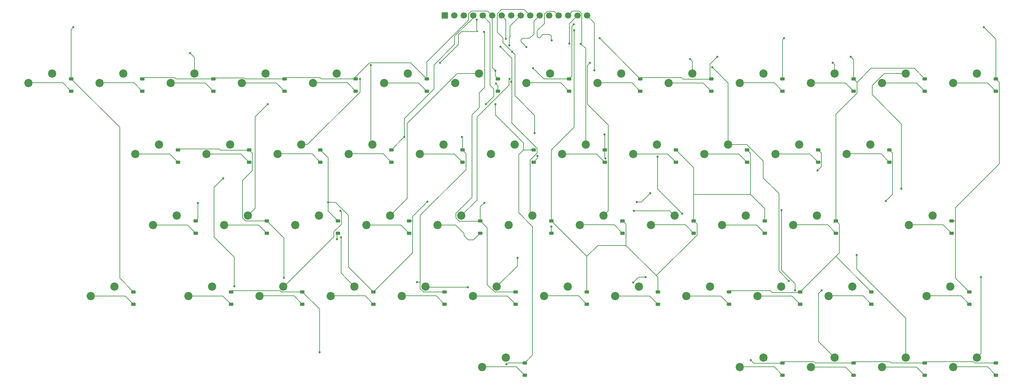
<source format=gbl>
%TF.GenerationSoftware,KiCad,Pcbnew,9.0.1*%
%TF.CreationDate,2025-06-03T04:36:32-05:00*%
%TF.ProjectId,coco2Keyboard,636f636f-324b-4657-9962-6f6172642e6b,rev?*%
%TF.SameCoordinates,Original*%
%TF.FileFunction,Copper,L2,Bot*%
%TF.FilePolarity,Positive*%
%FSLAX46Y46*%
G04 Gerber Fmt 4.6, Leading zero omitted, Abs format (unit mm)*
G04 Created by KiCad (PCBNEW 9.0.1) date 2025-06-03 04:36:32*
%MOMM*%
%LPD*%
G01*
G04 APERTURE LIST*
G04 Aperture macros list*
%AMRoundRect*
0 Rectangle with rounded corners*
0 $1 Rounding radius*
0 $2 $3 $4 $5 $6 $7 $8 $9 X,Y pos of 4 corners*
0 Add a 4 corners polygon primitive as box body*
4,1,4,$2,$3,$4,$5,$6,$7,$8,$9,$2,$3,0*
0 Add four circle primitives for the rounded corners*
1,1,$1+$1,$2,$3*
1,1,$1+$1,$4,$5*
1,1,$1+$1,$6,$7*
1,1,$1+$1,$8,$9*
0 Add four rect primitives between the rounded corners*
20,1,$1+$1,$2,$3,$4,$5,0*
20,1,$1+$1,$4,$5,$6,$7,0*
20,1,$1+$1,$6,$7,$8,$9,0*
20,1,$1+$1,$8,$9,$2,$3,0*%
G04 Aperture macros list end*
%TA.AperFunction,ComponentPad*%
%ADD10C,2.200000*%
%TD*%
%TA.AperFunction,ComponentPad*%
%ADD11R,1.700000X1.700000*%
%TD*%
%TA.AperFunction,ComponentPad*%
%ADD12C,1.700000*%
%TD*%
%TA.AperFunction,SMDPad,CuDef*%
%ADD13RoundRect,0.225000X0.375000X-0.225000X0.375000X0.225000X-0.375000X0.225000X-0.375000X-0.225000X0*%
%TD*%
%TA.AperFunction,ViaPad*%
%ADD14C,0.600000*%
%TD*%
%TA.AperFunction,Conductor*%
%ADD15C,0.200000*%
%TD*%
G04 APERTURE END LIST*
D10*
%TO.P,SW20,1,1*%
%TO.N,COL3*%
X76783800Y-87180000D03*
%TO.P,SW20,2,2*%
%TO.N,Net-(D20-K)*%
X70433800Y-89720000D03*
%TD*%
%TO.P,SW44,1,1*%
%TO.N,COL3*%
X229183800Y-87180000D03*
%TO.P,SW44,2,2*%
%TO.N,Net-(D45-K)*%
X222833800Y-89720000D03*
%TD*%
%TO.P,SW4,1,1*%
%TO.N,COL3*%
X105358800Y-106230000D03*
%TO.P,SW4,2,2*%
%TO.N,Net-(D4-K)*%
X99008800Y-108770000D03*
%TD*%
%TO.P,SW16,1,1*%
%TO.N,COL7*%
X205371300Y-68130000D03*
%TO.P,SW16,2,2*%
%TO.N,Net-(D16-K)*%
X199021300Y-70670000D03*
%TD*%
%TO.P,SW30,1,1*%
%TO.N,COL5*%
X214896300Y-125280000D03*
%TO.P,SW30,2,2*%
%TO.N,Net-(D31-K)*%
X208546300Y-127820000D03*
%TD*%
%TO.P,SW31,1,1*%
%TO.N,COL6*%
X272046300Y-125280000D03*
%TO.P,SW31,2,2*%
%TO.N,Net-(D32-K)*%
X265696300Y-127820000D03*
%TD*%
%TO.P,SW11,1,1*%
%TO.N,COL2*%
X172033800Y-87180000D03*
%TO.P,SW11,2,2*%
%TO.N,Net-(D11-K)*%
X165683800Y-89720000D03*
%TD*%
%TO.P,SW7,1,1*%
%TO.N,COL6*%
X114883800Y-87180000D03*
%TO.P,SW7,2,2*%
%TO.N,Net-(D7-K)*%
X108533800Y-89720000D03*
%TD*%
%TO.P,SW52,1,1*%
%TO.N,COL7*%
X41065000Y-106230000D03*
%TO.P,SW52,2,2*%
%TO.N,Net-(D53-K)*%
X34715000Y-108770000D03*
%TD*%
%TO.P,SW24,1,1*%
%TO.N,COL7*%
X72021300Y-68130000D03*
%TO.P,SW24,2,2*%
%TO.N,Net-(D24-K)*%
X65671300Y-70670000D03*
%TD*%
%TO.P,SW26,1,1*%
%TO.N,COL1*%
X148221300Y-68130000D03*
%TO.P,SW26,2,2*%
%TO.N,Net-(D27-K)*%
X141871300Y-70670000D03*
%TD*%
%TO.P,SW37,1,1*%
%TO.N,COL4*%
X100596300Y-49080000D03*
%TO.P,SW37,2,2*%
%TO.N,Net-(D38-K)*%
X94246300Y-51620000D03*
%TD*%
%TO.P,SW17,1,1*%
%TO.N,COL0*%
X224421300Y-68130000D03*
%TO.P,SW17,2,2*%
%TO.N,Net-(D17-K)*%
X218071300Y-70670000D03*
%TD*%
%TO.P,SW22,1,1*%
%TO.N,COL5*%
X167271300Y-68130000D03*
%TO.P,SW22,2,2*%
%TO.N,Net-(D22-K)*%
X160921300Y-70670000D03*
%TD*%
%TO.P,SW25,1,1*%
%TO.N,COL0*%
X86308800Y-106230000D03*
%TO.P,SW25,2,2*%
%TO.N,Net-(D25-K)*%
X79958800Y-108770000D03*
%TD*%
%TO.P,SW32,1,1*%
%TO.N,COL7*%
X145840000Y-125280000D03*
%TO.P,SW32,2,2*%
%TO.N,Net-(D33-K)*%
X139490000Y-127820000D03*
%TD*%
%TO.P,SW49,1,1*%
%TO.N,COL0*%
X260140000Y-87180000D03*
%TO.P,SW49,2,2*%
%TO.N,Net-(D50-K)*%
X253790000Y-89720000D03*
%TD*%
%TO.P,SW33,1,1*%
%TO.N,COL0*%
X214896300Y-49080000D03*
%TO.P,SW33,2,2*%
%TO.N,Net-(D34-K)*%
X208546300Y-51620000D03*
%TD*%
%TO.P,SW40,1,1*%
%TO.N,COL7*%
X157746300Y-49080000D03*
%TO.P,SW40,2,2*%
%TO.N,Net-(D41-K)*%
X151396300Y-51620000D03*
%TD*%
%TO.P,SW6,1,1*%
%TO.N,COL5*%
X91071300Y-68130000D03*
%TO.P,SW6,2,2*%
%TO.N,Net-(D6-K)*%
X84721300Y-70670000D03*
%TD*%
%TO.P,SW14,1,1*%
%TO.N,COL5*%
X181558800Y-106230000D03*
%TO.P,SW14,2,2*%
%TO.N,Net-(D14-K)*%
X175208800Y-108770000D03*
%TD*%
%TO.P,SW28,1,1*%
%TO.N,COL3*%
X233946300Y-125280000D03*
%TO.P,SW28,2,2*%
%TO.N,Net-(D29-K)*%
X227596300Y-127820000D03*
%TD*%
D11*
%TO.P,J1,1,Pin_1*%
%TO.N,ROW0*%
X129500000Y-33500000D03*
D12*
%TO.P,J1,2,Pin_2*%
%TO.N,ROW1*%
X132040000Y-33500000D03*
%TO.P,J1,3,Pin_3*%
%TO.N,unconnected-(J1-Pin_3-Pad3)*%
X134580000Y-33500000D03*
%TO.P,J1,4,Pin_4*%
%TO.N,ROW2*%
X137120000Y-33500000D03*
%TO.P,J1,5,Pin_5*%
%TO.N,ROW3*%
X139660000Y-33500000D03*
%TO.P,J1,6,Pin_6*%
%TO.N,ROW4*%
X142200000Y-33500000D03*
%TO.P,J1,7,Pin_7*%
%TO.N,ROW5*%
X144740000Y-33500000D03*
%TO.P,J1,8,Pin_8*%
%TO.N,ROW6*%
X147280000Y-33500000D03*
%TO.P,J1,9,Pin_9*%
%TO.N,COL0*%
X149820000Y-33500000D03*
%TO.P,J1,10,Pin_10*%
%TO.N,COL1*%
X152360000Y-33500000D03*
%TO.P,J1,11,Pin_11*%
%TO.N,COL2*%
X154900000Y-33500000D03*
%TO.P,J1,12,Pin_12*%
%TO.N,COL3*%
X157440000Y-33500000D03*
%TO.P,J1,13,Pin_13*%
%TO.N,COL4*%
X159980000Y-33500000D03*
%TO.P,J1,14,Pin_14*%
%TO.N,COL5*%
X162520000Y-33500000D03*
%TO.P,J1,15,Pin_15*%
%TO.N,COL6*%
X165060000Y-33500000D03*
%TO.P,J1,16,Pin_16*%
%TO.N,COL7*%
X167600000Y-33500000D03*
%TD*%
D10*
%TO.P,SW34,1,1*%
%TO.N,COL1*%
X43446300Y-49080000D03*
%TO.P,SW34,2,2*%
%TO.N,Net-(D35-K)*%
X37096300Y-51620000D03*
%TD*%
%TO.P,SW18,1,1*%
%TO.N,COL1*%
X52971300Y-68130000D03*
%TO.P,SW18,2,2*%
%TO.N,Net-(D18-K)*%
X46621300Y-70670000D03*
%TD*%
%TO.P,SW2,1,1*%
%TO.N,COL1*%
X57733800Y-87180000D03*
%TO.P,SW2,2,2*%
%TO.N,Net-(D2-K)*%
X51383800Y-89720000D03*
%TD*%
%TO.P,SW8,1,1*%
%TO.N,COL7*%
X133933800Y-87180000D03*
%TO.P,SW8,2,2*%
%TO.N,Net-(D8-K)*%
X127583800Y-89720000D03*
%TD*%
%TO.P,SW27,1,1*%
%TO.N,COL2*%
X67258800Y-106230000D03*
%TO.P,SW27,2,2*%
%TO.N,Net-(D28-K)*%
X60908800Y-108770000D03*
%TD*%
%TO.P,SW13,1,1*%
%TO.N,COL4*%
X210133800Y-87180000D03*
%TO.P,SW13,2,2*%
%TO.N,Net-(D13-K)*%
X203783800Y-89720000D03*
%TD*%
%TO.P,SW3,1,1*%
%TO.N,COL2*%
X143458800Y-106230000D03*
%TO.P,SW3,2,2*%
%TO.N,Net-(D3-K)*%
X137108800Y-108770000D03*
%TD*%
%TO.P,SW45,1,1*%
%TO.N,COL4*%
X200608800Y-106230000D03*
%TO.P,SW45,2,2*%
%TO.N,Net-(D46-K)*%
X194258800Y-108770000D03*
%TD*%
%TO.P,SW41,1,1*%
%TO.N,COL0*%
X176796300Y-49080000D03*
%TO.P,SW41,2,2*%
%TO.N,Net-(D42-K)*%
X170446300Y-51620000D03*
%TD*%
%TO.P,SW29,1,1*%
%TO.N,COL4*%
X252996300Y-125280000D03*
%TO.P,SW29,2,2*%
%TO.N,Net-(D30-K)*%
X246646300Y-127820000D03*
%TD*%
%TO.P,SW19,1,1*%
%TO.N,COL2*%
X110121300Y-68130000D03*
%TO.P,SW19,2,2*%
%TO.N,Net-(D19-K)*%
X103771300Y-70670000D03*
%TD*%
%TO.P,SW50,1,1*%
%TO.N,COL1*%
X272046300Y-49080000D03*
%TO.P,SW50,2,2*%
%TO.N,Net-(D51-K)*%
X265696300Y-51620000D03*
%TD*%
%TO.P,SW42,1,1*%
%TO.N,COL1*%
X195846300Y-49080000D03*
%TO.P,SW42,2,2*%
%TO.N,Net-(D43-K)*%
X189496300Y-51620000D03*
%TD*%
%TO.P,SW43,1,1*%
%TO.N,COL2*%
X233946300Y-49080000D03*
%TO.P,SW43,2,2*%
%TO.N,Net-(D44-K)*%
X227596300Y-51620000D03*
%TD*%
%TO.P,SW48,1,1*%
%TO.N,COL7*%
X238708800Y-106230000D03*
%TO.P,SW48,2,2*%
%TO.N,Net-(D49-K)*%
X232358800Y-108770000D03*
%TD*%
%TO.P,SW51,1,1*%
%TO.N,COL2*%
X24396300Y-49080000D03*
%TO.P,SW51,2,2*%
%TO.N,Net-(D52-K)*%
X18046300Y-51620000D03*
%TD*%
%TO.P,SW35,1,1*%
%TO.N,COL2*%
X62496300Y-49080000D03*
%TO.P,SW35,2,2*%
%TO.N,Net-(D36-K)*%
X56146300Y-51620000D03*
%TD*%
%TO.P,SW36,1,1*%
%TO.N,COL3*%
X81546300Y-49080000D03*
%TO.P,SW36,2,2*%
%TO.N,Net-(D37-K)*%
X75196300Y-51620000D03*
%TD*%
%TO.P,SW12,1,1*%
%TO.N,COL3*%
X191083800Y-87180000D03*
%TO.P,SW12,2,2*%
%TO.N,Net-(D12-K)*%
X184733800Y-89720000D03*
%TD*%
%TO.P,SW39,1,1*%
%TO.N,COL6*%
X138696300Y-49080000D03*
%TO.P,SW39,2,2*%
%TO.N,Net-(D40-K)*%
X132346300Y-51620000D03*
%TD*%
%TO.P,SW9,1,1*%
%TO.N,COL0*%
X152983800Y-87180000D03*
%TO.P,SW9,2,2*%
%TO.N,Net-(D9-K)*%
X146633800Y-89720000D03*
%TD*%
%TO.P,SW1,1,1*%
%TO.N,COL0*%
X243471300Y-68130000D03*
%TO.P,SW1,2,2*%
%TO.N,Net-(D1-K)*%
X237121300Y-70670000D03*
%TD*%
%TO.P,SW15,1,1*%
%TO.N,COL6*%
X162508800Y-106230000D03*
%TO.P,SW15,2,2*%
%TO.N,Net-(D15-K)*%
X156158800Y-108770000D03*
%TD*%
%TO.P,SW53,1,1*%
%TO.N,COL7*%
X264902500Y-106230000D03*
%TO.P,SW53,2,2*%
%TO.N,Net-(D54-K)*%
X258552500Y-108770000D03*
%TD*%
%TO.P,SW47,1,1*%
%TO.N,COL6*%
X219658800Y-106230000D03*
%TO.P,SW47,2,2*%
%TO.N,Net-(D48-K)*%
X213308800Y-108770000D03*
%TD*%
%TO.P,SW10,1,1*%
%TO.N,COL1*%
X186321300Y-68130000D03*
%TO.P,SW10,2,2*%
%TO.N,Net-(D10-K)*%
X179971300Y-70670000D03*
%TD*%
%TO.P,SW46,1,1*%
%TO.N,COL5*%
X252996300Y-49080000D03*
%TO.P,SW46,2,2*%
%TO.N,Net-(D47-K)*%
X246646300Y-51620000D03*
%TD*%
%TO.P,SW5,1,1*%
%TO.N,COL4*%
X95833800Y-87180000D03*
%TO.P,SW5,2,2*%
%TO.N,Net-(D5-K)*%
X89483800Y-89720000D03*
%TD*%
%TO.P,SW38,1,1*%
%TO.N,COL5*%
X119646300Y-49080000D03*
%TO.P,SW38,2,2*%
%TO.N,Net-(D39-K)*%
X113296300Y-51620000D03*
%TD*%
%TO.P,SW23,1,1*%
%TO.N,COL6*%
X124408800Y-106230000D03*
%TO.P,SW23,2,2*%
%TO.N,Net-(D23-K)*%
X118058800Y-108770000D03*
%TD*%
%TO.P,SW21,1,1*%
%TO.N,COL4*%
X129171300Y-68130000D03*
%TO.P,SW21,2,2*%
%TO.N,Net-(D21-K)*%
X122821300Y-70670000D03*
%TD*%
D13*
%TO.P,D30,1,K*%
%TO.N,Net-(D30-K)*%
X258076300Y-129960000D03*
%TO.P,D30,2,A*%
%TO.N,ROW3*%
X258076300Y-126660000D03*
%TD*%
%TO.P,D31,1,K*%
%TO.N,Net-(D31-K)*%
X219976300Y-129960000D03*
%TO.P,D31,2,A*%
%TO.N,ROW3*%
X219976300Y-126660000D03*
%TD*%
%TO.P,D41,1,K*%
%TO.N,Net-(D41-K)*%
X162826300Y-53760000D03*
%TO.P,D41,2,A*%
%TO.N,ROW4*%
X162826300Y-50460000D03*
%TD*%
%TO.P,D34,1,K*%
%TO.N,Net-(D34-K)*%
X219976300Y-53760000D03*
%TO.P,D34,2,A*%
%TO.N,ROW4*%
X219976300Y-50460000D03*
%TD*%
%TO.P,D6,1,K*%
%TO.N,Net-(D6-K)*%
X96151300Y-72810000D03*
%TO.P,D6,2,A*%
%TO.N,ROW0*%
X96151300Y-69510000D03*
%TD*%
%TO.P,D12,1,K*%
%TO.N,Net-(D12-K)*%
X196163800Y-91860000D03*
%TO.P,D12,2,A*%
%TO.N,ROW1*%
X196163800Y-88560000D03*
%TD*%
%TO.P,D43,1,K*%
%TO.N,Net-(D43-K)*%
X200926300Y-53760000D03*
%TO.P,D43,2,A*%
%TO.N,ROW5*%
X200926300Y-50460000D03*
%TD*%
%TO.P,D32,1,K*%
%TO.N,Net-(D32-K)*%
X277126300Y-129960000D03*
%TO.P,D32,2,A*%
%TO.N,ROW3*%
X277126300Y-126660000D03*
%TD*%
%TO.P,D45,1,K*%
%TO.N,Net-(D45-K)*%
X234263800Y-91860000D03*
%TO.P,D45,2,A*%
%TO.N,ROW5*%
X234263800Y-88560000D03*
%TD*%
%TO.P,D46,1,K*%
%TO.N,Net-(D46-K)*%
X205688800Y-110910000D03*
%TO.P,D46,2,A*%
%TO.N,ROW5*%
X205688800Y-107610000D03*
%TD*%
%TO.P,D10,1,K*%
%TO.N,Net-(D10-K)*%
X191401300Y-72810000D03*
%TO.P,D10,2,A*%
%TO.N,ROW1*%
X191401300Y-69510000D03*
%TD*%
%TO.P,D17,1,K*%
%TO.N,Net-(D17-K)*%
X229501300Y-72810000D03*
%TO.P,D17,2,A*%
%TO.N,ROW2*%
X229501300Y-69510000D03*
%TD*%
%TO.P,D2,1,K*%
%TO.N,Net-(D2-K)*%
X62813800Y-91860000D03*
%TO.P,D2,2,A*%
%TO.N,ROW0*%
X62813800Y-88560000D03*
%TD*%
%TO.P,D21,1,K*%
%TO.N,Net-(D21-K)*%
X134251300Y-72810000D03*
%TO.P,D21,2,A*%
%TO.N,ROW2*%
X134251300Y-69510000D03*
%TD*%
%TO.P,D4,1,K*%
%TO.N,Net-(D4-K)*%
X110438800Y-110910000D03*
%TO.P,D4,2,A*%
%TO.N,ROW0*%
X110438800Y-107610000D03*
%TD*%
%TO.P,D13,1,K*%
%TO.N,Net-(D13-K)*%
X215213800Y-91860000D03*
%TO.P,D13,2,A*%
%TO.N,ROW1*%
X215213800Y-88560000D03*
%TD*%
%TO.P,D3,1,K*%
%TO.N,Net-(D3-K)*%
X148538800Y-110910000D03*
%TO.P,D3,2,A*%
%TO.N,ROW0*%
X148538800Y-107610000D03*
%TD*%
%TO.P,D19,1,K*%
%TO.N,Net-(D19-K)*%
X115201300Y-72810000D03*
%TO.P,D19,2,A*%
%TO.N,ROW2*%
X115201300Y-69510000D03*
%TD*%
%TO.P,D11,1,K*%
%TO.N,Net-(D11-K)*%
X177113800Y-91860000D03*
%TO.P,D11,2,A*%
%TO.N,ROW1*%
X177113800Y-88560000D03*
%TD*%
%TO.P,D22,1,K*%
%TO.N,Net-(D22-K)*%
X172351300Y-72810000D03*
%TO.P,D22,2,A*%
%TO.N,ROW2*%
X172351300Y-69510000D03*
%TD*%
%TO.P,D16,1,K*%
%TO.N,Net-(D16-K)*%
X210451300Y-72810000D03*
%TO.P,D16,2,A*%
%TO.N,ROW1*%
X210451300Y-69510000D03*
%TD*%
%TO.P,D42,1,K*%
%TO.N,Net-(D42-K)*%
X181876300Y-53760000D03*
%TO.P,D42,2,A*%
%TO.N,ROW5*%
X181876300Y-50460000D03*
%TD*%
%TO.P,D53,1,K*%
%TO.N,Net-(D53-K)*%
X46145000Y-110910000D03*
%TO.P,D53,2,A*%
%TO.N,ROW6*%
X46145000Y-107610000D03*
%TD*%
%TO.P,D39,1,K*%
%TO.N,Net-(D39-K)*%
X124726300Y-53760000D03*
%TO.P,D39,2,A*%
%TO.N,ROW4*%
X124726300Y-50460000D03*
%TD*%
%TO.P,D47,1,K*%
%TO.N,Net-(D47-K)*%
X258076300Y-53760000D03*
%TO.P,D47,2,A*%
%TO.N,ROW5*%
X258076300Y-50460000D03*
%TD*%
%TO.P,D25,1,K*%
%TO.N,Net-(D25-K)*%
X91388800Y-110910000D03*
%TO.P,D25,2,A*%
%TO.N,ROW3*%
X91388800Y-107610000D03*
%TD*%
%TO.P,D29,1,K*%
%TO.N,Net-(D29-K)*%
X239026300Y-129960000D03*
%TO.P,D29,2,A*%
%TO.N,ROW3*%
X239026300Y-126660000D03*
%TD*%
%TO.P,D1,1,K*%
%TO.N,Net-(D1-K)*%
X248551300Y-72810000D03*
%TO.P,D1,2,A*%
%TO.N,ROW0*%
X248551300Y-69510000D03*
%TD*%
%TO.P,D23,1,K*%
%TO.N,Net-(D23-K)*%
X129488800Y-110910000D03*
%TO.P,D23,2,A*%
%TO.N,ROW2*%
X129488800Y-107610000D03*
%TD*%
%TO.P,D33,1,K*%
%TO.N,Net-(D33-K)*%
X150920000Y-129960000D03*
%TO.P,D33,2,A*%
%TO.N,ROW3*%
X150920000Y-126660000D03*
%TD*%
%TO.P,D8,1,K*%
%TO.N,Net-(D8-K)*%
X139013800Y-91860000D03*
%TO.P,D8,2,A*%
%TO.N,ROW0*%
X139013800Y-88560000D03*
%TD*%
%TO.P,D35,1,K*%
%TO.N,Net-(D35-K)*%
X48526300Y-53760000D03*
%TO.P,D35,2,A*%
%TO.N,ROW4*%
X48526300Y-50460000D03*
%TD*%
%TO.P,D48,1,K*%
%TO.N,Net-(D48-K)*%
X224738800Y-110910000D03*
%TO.P,D48,2,A*%
%TO.N,ROW5*%
X224738800Y-107610000D03*
%TD*%
%TO.P,D9,1,K*%
%TO.N,Net-(D9-K)*%
X158063800Y-91860000D03*
%TO.P,D9,2,A*%
%TO.N,ROW1*%
X158063800Y-88560000D03*
%TD*%
%TO.P,D38,1,K*%
%TO.N,Net-(D38-K)*%
X105676300Y-53760000D03*
%TO.P,D38,2,A*%
%TO.N,ROW4*%
X105676300Y-50460000D03*
%TD*%
%TO.P,D52,1,K*%
%TO.N,Net-(D52-K)*%
X29476300Y-53760000D03*
%TO.P,D52,2,A*%
%TO.N,ROW6*%
X29476300Y-50460000D03*
%TD*%
%TO.P,D20,1,K*%
%TO.N,Net-(D20-K)*%
X81863800Y-91860000D03*
%TO.P,D20,2,A*%
%TO.N,ROW2*%
X81863800Y-88560000D03*
%TD*%
%TO.P,D28,1,K*%
%TO.N,Net-(D28-K)*%
X72338800Y-110910000D03*
%TO.P,D28,2,A*%
%TO.N,ROW3*%
X72338800Y-107610000D03*
%TD*%
%TO.P,D40,1,K*%
%TO.N,Net-(D40-K)*%
X143776300Y-53760000D03*
%TO.P,D40,2,A*%
%TO.N,ROW4*%
X143776300Y-50460000D03*
%TD*%
%TO.P,D27,1,K*%
%TO.N,Net-(D27-K)*%
X153301300Y-72810000D03*
%TO.P,D27,2,A*%
%TO.N,ROW3*%
X153301300Y-69510000D03*
%TD*%
%TO.P,D50,1,K*%
%TO.N,Net-(D50-K)*%
X265220000Y-91860000D03*
%TO.P,D50,2,A*%
%TO.N,ROW6*%
X265220000Y-88560000D03*
%TD*%
%TO.P,D51,1,K*%
%TO.N,Net-(D51-K)*%
X277126300Y-53760000D03*
%TO.P,D51,2,A*%
%TO.N,ROW6*%
X277126300Y-50460000D03*
%TD*%
%TO.P,D7,1,K*%
%TO.N,Net-(D7-K)*%
X119963800Y-91860000D03*
%TO.P,D7,2,A*%
%TO.N,ROW0*%
X119963800Y-88560000D03*
%TD*%
%TO.P,D15,1,K*%
%TO.N,Net-(D15-K)*%
X167588800Y-110910000D03*
%TO.P,D15,2,A*%
%TO.N,ROW1*%
X167588800Y-107610000D03*
%TD*%
%TO.P,D14,1,K*%
%TO.N,Net-(D14-K)*%
X186638800Y-110910000D03*
%TO.P,D14,2,A*%
%TO.N,ROW1*%
X186638800Y-107610000D03*
%TD*%
%TO.P,D24,1,K*%
%TO.N,Net-(D24-K)*%
X77101300Y-72810000D03*
%TO.P,D24,2,A*%
%TO.N,ROW2*%
X77101300Y-69510000D03*
%TD*%
%TO.P,D5,1,K*%
%TO.N,Net-(D5-K)*%
X100913800Y-91860000D03*
%TO.P,D5,2,A*%
%TO.N,ROW0*%
X100913800Y-88560000D03*
%TD*%
%TO.P,D36,1,K*%
%TO.N,Net-(D36-K)*%
X67576300Y-53760000D03*
%TO.P,D36,2,A*%
%TO.N,ROW4*%
X67576300Y-50460000D03*
%TD*%
%TO.P,D49,1,K*%
%TO.N,Net-(D49-K)*%
X243788800Y-110910000D03*
%TO.P,D49,2,A*%
%TO.N,ROW5*%
X243788800Y-107610000D03*
%TD*%
%TO.P,D54,1,K*%
%TO.N,Net-(D54-K)*%
X269982500Y-110910000D03*
%TO.P,D54,2,A*%
%TO.N,ROW6*%
X269982500Y-107610000D03*
%TD*%
%TO.P,D44,1,K*%
%TO.N,Net-(D44-K)*%
X239026300Y-53760000D03*
%TO.P,D44,2,A*%
%TO.N,ROW5*%
X239026300Y-50460000D03*
%TD*%
%TO.P,D18,1,K*%
%TO.N,Net-(D18-K)*%
X58051300Y-72810000D03*
%TO.P,D18,2,A*%
%TO.N,ROW2*%
X58051300Y-69510000D03*
%TD*%
%TO.P,D37,1,K*%
%TO.N,Net-(D37-K)*%
X86626300Y-53760000D03*
%TO.P,D37,2,A*%
%TO.N,ROW4*%
X86626300Y-50460000D03*
%TD*%
D14*
%TO.N,ROW0*%
X140093200Y-83728900D03*
X124910000Y-83413700D03*
X184573600Y-81118000D03*
X247662400Y-83284100D03*
X63431300Y-83776000D03*
X98295000Y-83605300D03*
X140075200Y-37837700D03*
X180939000Y-83512600D03*
%TO.N,Net-(D5-K)*%
X100692300Y-93482200D03*
%TO.N,ROW1*%
X164183400Y-37437500D03*
%TO.N,Net-(D9-K)*%
X158086800Y-90080900D03*
%TO.N,ROW2*%
X86434000Y-103817200D03*
X229332100Y-75070100D03*
X122130000Y-104987800D03*
X172269000Y-65427400D03*
X118708900Y-66110200D03*
X134146000Y-66104200D03*
X172591900Y-71847500D03*
%TO.N,ROW3*%
X146040400Y-127066800D03*
X211459600Y-125931400D03*
X140549400Y-57246900D03*
X143099100Y-57303400D03*
X96025500Y-123816400D03*
%TO.N,Net-(D27-K)*%
X154347100Y-71126900D03*
%TO.N,ROW4*%
X220380400Y-39596500D03*
X153156500Y-47652000D03*
X164067900Y-35824400D03*
X143066800Y-48312900D03*
%TO.N,Net-(D40-K)*%
X143241900Y-51795300D03*
%TO.N,ROW5*%
X171012700Y-39596500D03*
X202538800Y-44546200D03*
X145885700Y-39753900D03*
X238222000Y-44546200D03*
%TO.N,ROW6*%
X30070000Y-36651200D03*
X273905200Y-36651200D03*
%TO.N,COL0*%
X101617000Y-85866000D03*
X144450000Y-41894800D03*
X147319000Y-51280000D03*
X146853000Y-41550100D03*
%TO.N,COL1*%
X195236000Y-45178000D03*
X153624000Y-65053100D03*
X147576000Y-43191100D03*
%TO.N,COL2*%
X168444000Y-46164900D03*
X149014000Y-98502500D03*
X233396000Y-46176200D03*
X151377000Y-41945500D03*
X61275100Y-43540800D03*
X109700000Y-46802100D03*
%TO.N,COL3*%
X128276000Y-46156300D03*
X101735000Y-93004000D03*
X219670000Y-85720100D03*
X82099800Y-57259800D03*
X230474000Y-107213000D03*
X180161000Y-85866000D03*
X223356000Y-107213000D03*
X138102000Y-34577600D03*
%TO.N,COL4*%
X239889000Y-97722000D03*
X186545000Y-71281400D03*
X193125000Y-86625400D03*
X158186000Y-40180500D03*
%TO.N,COL5*%
X165979000Y-41061200D03*
X106847000Y-50480000D03*
X251797000Y-79938000D03*
%TO.N,COL6*%
X183328000Y-103649000D03*
X273155000Y-103650000D03*
X135698000Y-106401000D03*
X162898000Y-41013900D03*
X179983000Y-105131000D03*
%TO.N,COL7*%
X73182700Y-106146000D03*
X201189000Y-47400900D03*
X70205800Y-77173000D03*
X169570000Y-48195400D03*
X146918000Y-50478200D03*
X221674000Y-104667000D03*
%TD*%
D15*
%TO.N,Net-(D1-K)*%
X248551300Y-72810000D02*
X246342000Y-70600700D01*
X246342000Y-70600700D02*
X237190600Y-70600700D01*
X237190600Y-70600700D02*
X237121300Y-70670000D01*
%TO.N,ROW0*%
X132491200Y-86574100D02*
X132491200Y-87776800D01*
X182179000Y-83512600D02*
X180939000Y-83512600D01*
X248542000Y-69519800D02*
X248541000Y-69519800D01*
X119954000Y-88570200D02*
X119959000Y-88565100D01*
X98295000Y-71653700D02*
X98295000Y-83605300D01*
X110438500Y-107610500D02*
X110438800Y-107610200D01*
X139009000Y-88565100D02*
X139014000Y-88560000D01*
X98295000Y-83605300D02*
X98295000Y-85961200D01*
X110438800Y-107610200D02*
X110438800Y-107610000D01*
X119964000Y-88560200D02*
X119964000Y-88560000D01*
X140075200Y-37837700D02*
X140174200Y-37936700D01*
X249457200Y-70415900D02*
X249457200Y-81489300D01*
X119959000Y-88565100D02*
X119964000Y-88560000D01*
X119964000Y-88560200D02*
X120880600Y-88560200D01*
X148535000Y-107614000D02*
X148529000Y-107620000D01*
X120880600Y-87443100D02*
X120880600Y-88560200D01*
X148538000Y-107611000D02*
X148538500Y-107610500D01*
X100909000Y-88565100D02*
X100914000Y-88560000D01*
X110435000Y-107614000D02*
X110436000Y-107612000D01*
X142909600Y-107683700D02*
X140918900Y-105693000D01*
X248551000Y-69510000D02*
X248542000Y-69519800D01*
X139014000Y-88560000D02*
X139014000Y-88560200D01*
X136811900Y-82253400D02*
X132491200Y-86574100D01*
X138915800Y-88658400D02*
X139004000Y-88570200D01*
X148465300Y-107683700D02*
X142909600Y-107683700D01*
X139013800Y-88560000D02*
X139014000Y-88560000D01*
X249457200Y-81489300D02*
X247662400Y-83284100D01*
X139004000Y-88570200D02*
X139009000Y-88565100D01*
X139014000Y-84808100D02*
X139014000Y-88560000D01*
X148527000Y-107622000D02*
X148465300Y-107683700D01*
X138761800Y-58166600D02*
X136811900Y-60116500D01*
X62813800Y-88560000D02*
X63431300Y-87942500D01*
X119959000Y-88565100D02*
X119964000Y-88560300D01*
X132491200Y-87776800D02*
X133372800Y-88658400D01*
X248551300Y-69510000D02*
X248551000Y-69510000D01*
X110436000Y-107612000D02*
X110438000Y-107611000D01*
X100913800Y-88560000D02*
X100914000Y-88560000D01*
X120880600Y-88560200D02*
X120880600Y-97168200D01*
X119963800Y-88560000D02*
X119964000Y-88560000D01*
X140093200Y-83728900D02*
X139014000Y-84808100D01*
X96151300Y-69510000D02*
X98295000Y-71653700D01*
X248551300Y-69510000D02*
X249457200Y-70415900D01*
X96141300Y-69520000D02*
X96141200Y-69520000D01*
X248541000Y-69519800D02*
X248551000Y-69510000D01*
X119964000Y-88560000D02*
X119964000Y-88560200D01*
X133372800Y-88658400D02*
X138915800Y-88658400D01*
X140918900Y-105693000D02*
X140918900Y-90465200D01*
X98295000Y-85961200D02*
X100904000Y-88570200D01*
X63431300Y-87942500D02*
X63431300Y-83776000D01*
X119964000Y-88560200D02*
X119954000Y-88570200D01*
X110432000Y-107617000D02*
X110435000Y-107614000D01*
X138761800Y-54234500D02*
X138761800Y-58166600D01*
X148527000Y-107622000D02*
X148528000Y-107621000D01*
X148538800Y-107610200D02*
X148538800Y-107610000D01*
X139009000Y-88565100D02*
X139014000Y-88560300D01*
X140174200Y-37936700D02*
X140174200Y-52822100D01*
X100914000Y-88560200D02*
X100904000Y-88570200D01*
X148528000Y-107621000D02*
X148527000Y-107622000D01*
X139014000Y-88560300D02*
X139014000Y-88560000D01*
X148528000Y-107621000D02*
X148529000Y-107620000D01*
X124910000Y-83413700D02*
X120880600Y-87443100D01*
X148536000Y-107612000D02*
X148535000Y-107614000D01*
X140174200Y-52822100D02*
X138761800Y-54234500D01*
X148538000Y-107611000D02*
X148536000Y-107612000D01*
X100914000Y-88560000D02*
X100914000Y-88560200D01*
X184573600Y-81118000D02*
X182179000Y-83512600D01*
X110432000Y-107617000D02*
X103749300Y-100934300D01*
X110438000Y-107611000D02*
X110438500Y-107610500D01*
X120880600Y-97168200D02*
X110438800Y-107610000D01*
X96141200Y-69520000D02*
X96151200Y-69510000D01*
X103749300Y-100934300D02*
X103749300Y-87099400D01*
X100914000Y-88560300D02*
X100914000Y-88560000D01*
X139014000Y-88560200D02*
X139004000Y-88570200D01*
X110429000Y-107620000D02*
X110432000Y-107617000D01*
X96151300Y-69510000D02*
X96141300Y-69520000D01*
X100255200Y-83605300D02*
X98295000Y-83605300D01*
X136811900Y-60116500D02*
X136811900Y-82253400D01*
X100904000Y-88570200D02*
X100909000Y-88565100D01*
X100909000Y-88565100D02*
X100914000Y-88560300D01*
X110438500Y-107610500D02*
X110439000Y-107610000D01*
X140918900Y-90465200D02*
X139014000Y-88560300D01*
X103749300Y-87099400D02*
X100255200Y-83605300D01*
X148538500Y-107610500D02*
X148538800Y-107610200D01*
X148538000Y-107611000D02*
X148538500Y-107610500D01*
X119964000Y-88560300D02*
X119964000Y-88560200D01*
X148529000Y-107620000D02*
X148528000Y-107621000D01*
%TO.N,Net-(D2-K)*%
X51383800Y-89720000D02*
X51434900Y-89668900D01*
X60622700Y-89668900D02*
X62813800Y-91860000D01*
X51434900Y-89668900D02*
X60622700Y-89668900D01*
%TO.N,Net-(D3-K)*%
X137159900Y-108718900D02*
X146347700Y-108718900D01*
X137108800Y-108770000D02*
X137159900Y-108718900D01*
X146347700Y-108718900D02*
X148538800Y-110910000D01*
%TO.N,Net-(D4-K)*%
X108229500Y-108700700D02*
X99078100Y-108700700D01*
X99078100Y-108700700D02*
X99008800Y-108770000D01*
X110438800Y-110910000D02*
X108229500Y-108700700D01*
%TO.N,Net-(D5-K)*%
X100913800Y-91860000D02*
X100692300Y-92081500D01*
X100692300Y-92081500D02*
X100692300Y-93482200D01*
%TO.N,Net-(D6-K)*%
X93942000Y-70600700D02*
X84790600Y-70600700D01*
X96151300Y-72810000D02*
X93942000Y-70600700D01*
X84790600Y-70600700D02*
X84721300Y-70670000D01*
%TO.N,Net-(D7-K)*%
X108533800Y-89720000D02*
X108584900Y-89668900D01*
X108584900Y-89668900D02*
X117772700Y-89668900D01*
X117772700Y-89668900D02*
X119963800Y-91860000D01*
%TO.N,Net-(D8-K)*%
X135827300Y-93661700D02*
X134747000Y-92581400D01*
X139013800Y-91860000D02*
X137212100Y-93661700D01*
X134747000Y-92581400D02*
X134747000Y-91996000D01*
X137212100Y-93661700D02*
X135827300Y-93661700D01*
X134747000Y-91996000D02*
X132414600Y-89663600D01*
X132414600Y-89663600D02*
X127640200Y-89663600D01*
X127640200Y-89663600D02*
X127583800Y-89720000D01*
%TO.N,ROW1*%
X177114000Y-88560200D02*
X177114000Y-88560100D01*
X176534000Y-89140000D02*
X176824000Y-88850000D01*
X196164000Y-88560100D02*
X196164000Y-88560200D01*
X210451000Y-69510000D02*
X210451300Y-69510000D01*
X177114000Y-88560100D02*
X177114000Y-88560000D01*
X196164000Y-88560200D02*
X196154000Y-88570200D01*
X177114000Y-88560200D02*
X176534000Y-89140000D01*
X158059000Y-88565100D02*
X158064000Y-88560300D01*
X186638800Y-103764200D02*
X186638800Y-107610000D01*
X196164000Y-88560300D02*
X196164000Y-88560100D01*
X158064000Y-88560300D02*
X158064000Y-88560000D01*
X177114000Y-88560100D02*
X178036600Y-89482700D01*
X215214000Y-88560300D02*
X215214000Y-88560000D01*
X191401300Y-69510000D02*
X196159000Y-74267700D01*
X215209000Y-88565100D02*
X215214000Y-88560300D01*
X176824000Y-88850000D02*
X176969000Y-88705000D01*
X158064000Y-88560000D02*
X158064000Y-88560200D01*
X196159000Y-81444200D02*
X196159000Y-88565100D01*
X196164000Y-88560100D02*
X196164000Y-88560000D01*
X210441000Y-69519800D02*
X210451000Y-69510000D01*
X176969000Y-88705000D02*
X177041500Y-88632500D01*
X177041500Y-88632500D02*
X177114000Y-88560000D01*
X178036600Y-95162000D02*
X170511900Y-95162000D01*
X177114000Y-88560100D02*
X177114000Y-88560000D01*
X178036600Y-89482700D02*
X178036600Y-95162000D01*
X177113800Y-88560200D02*
X177113800Y-88560000D01*
X211399700Y-70458400D02*
X211399700Y-81444200D01*
X191396000Y-69514900D02*
X191401000Y-69510000D01*
X167588800Y-98085100D02*
X158064000Y-88560300D01*
X215214000Y-88560200D02*
X215204000Y-88570200D01*
X158064000Y-88560200D02*
X158054000Y-88570200D01*
X177114000Y-88560200D02*
X177114000Y-88560100D01*
X196159000Y-88565100D02*
X196164000Y-88560300D01*
X210451300Y-69510000D02*
X211399700Y-70458400D01*
X186156700Y-103282100D02*
X186638800Y-103764200D01*
X158063800Y-69537000D02*
X164183400Y-63417400D01*
X178036600Y-95162000D02*
X186156700Y-103282100D01*
X191392000Y-69519800D02*
X191391000Y-69519800D01*
X210451000Y-69510000D02*
X210442000Y-69519800D01*
X176824000Y-88850000D02*
X177114000Y-88560200D01*
X191396000Y-69514900D02*
X191396400Y-69514900D01*
X191401000Y-69510000D02*
X191392000Y-69519800D01*
X176969000Y-88705000D02*
X177114000Y-88560200D01*
X215214000Y-88560000D02*
X215214000Y-88560200D01*
X215213800Y-85258300D02*
X215213800Y-88560000D01*
X211399700Y-81444200D02*
X215213800Y-85258300D01*
X211399700Y-81444200D02*
X196159000Y-81444200D01*
X191391000Y-69519800D02*
X191396000Y-69514900D01*
X158063800Y-88560000D02*
X158064000Y-88560000D01*
X177041500Y-88632500D02*
X177113800Y-88560200D01*
X197075100Y-89471200D02*
X197075100Y-92363700D01*
X215204000Y-88570200D02*
X215209000Y-88565100D01*
X164183400Y-63417400D02*
X164183400Y-37437500D01*
X167588800Y-107610000D02*
X167588800Y-98085100D01*
X215213800Y-88560000D02*
X215214000Y-88560000D01*
X196163800Y-88560000D02*
X196164000Y-88560000D01*
X210442000Y-69519800D02*
X210441000Y-69519800D01*
X158054000Y-88570200D02*
X158059000Y-88565100D01*
X196164000Y-88560100D02*
X197075100Y-89471200D01*
X191396400Y-69514900D02*
X191401300Y-69510000D01*
X158063800Y-88560000D02*
X158063800Y-69537000D01*
X170511900Y-95162000D02*
X167588800Y-98085100D01*
X158059000Y-88565100D02*
X158064000Y-88560000D01*
X196154000Y-88570200D02*
X196159000Y-88565100D01*
X196164000Y-88560000D02*
X196164000Y-88560100D01*
X196159000Y-88565100D02*
X196164000Y-88560000D01*
X215209000Y-88565100D02*
X215214000Y-88560000D01*
X196159000Y-74267700D02*
X196159000Y-81444200D01*
X197075100Y-92363700D02*
X186156700Y-103282100D01*
X176969000Y-88705000D02*
X177114000Y-88560200D01*
%TO.N,Net-(D9-K)*%
X158063800Y-90103900D02*
X158063800Y-91860000D01*
X158086800Y-90080900D02*
X158063800Y-90103900D01*
%TO.N,Net-(D10-K)*%
X179971300Y-70670000D02*
X180022400Y-70618900D01*
X189210200Y-70618900D02*
X191401300Y-72810000D01*
X180022400Y-70618900D02*
X189210200Y-70618900D01*
%TO.N,Net-(D11-K)*%
X174904500Y-89650700D02*
X165753100Y-89650700D01*
X165753100Y-89650700D02*
X165683800Y-89720000D01*
X177113800Y-91860000D02*
X174904500Y-89650700D01*
%TO.N,Net-(D12-K)*%
X184803100Y-89650700D02*
X193954500Y-89650700D01*
X184733800Y-89720000D02*
X184803100Y-89650700D01*
X193954500Y-89650700D02*
X196163800Y-91860000D01*
%TO.N,Net-(D13-K)*%
X213022700Y-89668900D02*
X215213800Y-91860000D01*
X203834900Y-89668900D02*
X213022700Y-89668900D01*
X203783800Y-89720000D02*
X203834900Y-89668900D01*
%TO.N,Net-(D14-K)*%
X186638800Y-110910000D02*
X184443800Y-108715000D01*
X175263800Y-108715000D02*
X175208800Y-108770000D01*
X184443800Y-108715000D02*
X175263800Y-108715000D01*
%TO.N,Net-(D15-K)*%
X165379500Y-108700700D02*
X156228100Y-108700700D01*
X167588800Y-110910000D02*
X165379500Y-108700700D01*
X156228100Y-108700700D02*
X156158800Y-108770000D01*
%TO.N,Net-(D16-K)*%
X208260200Y-70618900D02*
X210451300Y-72810000D01*
X199021300Y-70670000D02*
X199072400Y-70618900D01*
X199072400Y-70618900D02*
X208260200Y-70618900D01*
%TO.N,ROW2*%
X129426700Y-107672100D02*
X123855100Y-107672100D01*
X118601100Y-66110200D02*
X118708900Y-66110200D01*
X115201300Y-69510000D02*
X118601100Y-66110200D01*
X229496500Y-69514900D02*
X229492000Y-69519800D01*
X58301800Y-69259500D02*
X69137300Y-69259500D01*
X135204600Y-70463300D02*
X134251300Y-69510000D01*
X135204600Y-74849300D02*
X135204600Y-70463300D01*
X135850000Y-35345800D02*
X132203500Y-38992300D01*
X115201300Y-69510000D02*
X115201000Y-69510000D01*
X134242000Y-69519800D02*
X134251000Y-69510000D01*
X58041300Y-69520000D02*
X58041200Y-69520000D01*
X137120000Y-34175800D02*
X135950000Y-35345800D01*
X69470300Y-69592500D02*
X77018700Y-69592500D01*
X81863800Y-88560000D02*
X86434000Y-93130200D01*
X229501300Y-69510000D02*
X230407700Y-70416400D01*
X77101300Y-69510000D02*
X77091300Y-69520000D01*
X172269000Y-65427400D02*
X172351300Y-65509700D01*
X58051300Y-69510000D02*
X58301800Y-69259500D01*
X78016900Y-70425600D02*
X77101300Y-69510000D01*
X135950000Y-35345800D02*
X135850000Y-35345800D01*
X122130000Y-104987800D02*
X122977700Y-104987800D01*
X132203500Y-41176300D02*
X126623300Y-46756500D01*
X230407700Y-73994500D02*
X229332100Y-75070100D01*
X229491000Y-69519800D02*
X229501000Y-69510000D01*
X58051300Y-69510000D02*
X58041300Y-69520000D01*
X134246000Y-69514900D02*
X134241000Y-69519800D01*
X134246400Y-69514900D02*
X134251300Y-69510000D01*
X172351300Y-71606900D02*
X172351300Y-69510000D01*
X172351300Y-65509700D02*
X172351300Y-69510000D01*
X134246000Y-69514900D02*
X134246400Y-69514900D01*
X115192000Y-69519800D02*
X115191000Y-69519800D01*
X86434000Y-93130200D02*
X86434000Y-103817200D01*
X123855100Y-107672100D02*
X122977700Y-106794700D01*
X76210200Y-88629800D02*
X75362000Y-87781600D01*
X58041200Y-69520000D02*
X58051200Y-69510000D01*
X137120000Y-33500000D02*
X137120000Y-34175800D01*
X78016900Y-75114000D02*
X78016900Y-70425600D01*
X115201000Y-69510000D02*
X115192000Y-69519800D01*
X75362000Y-77768900D02*
X78016900Y-75114000D01*
X122977700Y-106794700D02*
X122977700Y-104987800D01*
X134241000Y-69519800D02*
X134242000Y-69519800D01*
X118708900Y-61126000D02*
X118708900Y-66110200D01*
X126623300Y-53211600D02*
X118708900Y-61126000D01*
X132203500Y-38992300D02*
X132203500Y-41176300D01*
X77091300Y-69520000D02*
X77091200Y-69520000D01*
X81794000Y-88629800D02*
X76210200Y-88629800D01*
X69137300Y-69259500D02*
X69470300Y-69592500D01*
X75362000Y-87781600D02*
X75362000Y-77768900D01*
X229496500Y-69514900D02*
X229501300Y-69510100D01*
X77018700Y-69592500D02*
X77091200Y-69520000D01*
X115191000Y-69519800D02*
X115201000Y-69510000D01*
X230407700Y-70416400D02*
X230407700Y-73994500D01*
X134146000Y-66104200D02*
X134246000Y-66204200D01*
X77091200Y-69520000D02*
X77101200Y-69510000D01*
X122977700Y-87076200D02*
X135204600Y-74849300D01*
X229501300Y-69510100D02*
X229501300Y-69510000D01*
X129488800Y-107610000D02*
X129426700Y-107672100D01*
X122977700Y-104987800D02*
X122977700Y-87076200D01*
X134251000Y-69510000D02*
X134246000Y-69514900D01*
X81863800Y-88560000D02*
X81794000Y-88629800D01*
X229492000Y-69519800D02*
X229491000Y-69519800D01*
X172591900Y-71847500D02*
X172351300Y-71606900D01*
X126623300Y-46756500D02*
X126623300Y-53211600D01*
X229501000Y-69510000D02*
X229496500Y-69514900D01*
X134246000Y-66204200D02*
X134246000Y-69514900D01*
%TO.N,Net-(D17-K)*%
X218122400Y-70618900D02*
X227310200Y-70618900D01*
X227310200Y-70618900D02*
X229501300Y-72810000D01*
X218071300Y-70670000D02*
X218122400Y-70618900D01*
%TO.N,Net-(D18-K)*%
X46621300Y-70670000D02*
X46672400Y-70618900D01*
X46672400Y-70618900D02*
X55860200Y-70618900D01*
X55860200Y-70618900D02*
X58051300Y-72810000D01*
%TO.N,Net-(D19-K)*%
X103840600Y-70600700D02*
X103771300Y-70670000D01*
X115201300Y-72810000D02*
X112992000Y-70600700D01*
X112992000Y-70600700D02*
X103840600Y-70600700D01*
%TO.N,Net-(D20-K)*%
X70495400Y-89658400D02*
X70433800Y-89720000D01*
X81863800Y-91860000D02*
X79662200Y-89658400D01*
X79662200Y-89658400D02*
X70495400Y-89658400D01*
%TO.N,Net-(D21-K)*%
X122821300Y-70670000D02*
X122872400Y-70618900D01*
X122872400Y-70618900D02*
X132060200Y-70618900D01*
X132060200Y-70618900D02*
X134251300Y-72810000D01*
%TO.N,Net-(D22-K)*%
X170160200Y-70618900D02*
X172351300Y-72810000D01*
X160921300Y-70670000D02*
X160972400Y-70618900D01*
X160972400Y-70618900D02*
X170160200Y-70618900D01*
%TO.N,Net-(D23-K)*%
X118128100Y-108700700D02*
X118058800Y-108770000D01*
X129488800Y-110910000D02*
X127279500Y-108700700D01*
X127279500Y-108700700D02*
X118128100Y-108700700D01*
%TO.N,Net-(D24-K)*%
X74900600Y-70609300D02*
X77101300Y-72810000D01*
X65732000Y-70609300D02*
X74900600Y-70609300D01*
X65671300Y-70670000D02*
X65732000Y-70609300D01*
%TO.N,ROW3*%
X239021000Y-126665000D02*
X239018500Y-126667500D01*
X91388800Y-107610000D02*
X96025500Y-112246700D01*
X239021000Y-126665000D02*
X239021300Y-126665000D01*
X239325500Y-126360800D02*
X239026300Y-126660000D01*
X149342100Y-86399000D02*
X153024900Y-90081800D01*
X72608700Y-107340100D02*
X72338800Y-107610000D01*
X220284600Y-126351700D02*
X219976300Y-126660000D01*
X153291000Y-69519800D02*
X150618500Y-69519800D01*
X141659400Y-35499400D02*
X139660000Y-33500000D01*
X238954000Y-126732000D02*
X228734700Y-126732000D01*
X91388800Y-107610000D02*
X91319000Y-107679800D01*
X146040400Y-127066800D02*
X146447200Y-126660000D01*
X239018500Y-126667500D02*
X239016000Y-126670000D01*
X212268300Y-126740100D02*
X211459600Y-125931400D01*
X277104600Y-126681700D02*
X277126300Y-126660000D01*
X153301000Y-69510000D02*
X153291000Y-69519800D01*
X239021300Y-126665000D02*
X239026300Y-126660000D01*
X150618500Y-69519800D02*
X150618500Y-67676900D01*
X258076300Y-126660000D02*
X258340400Y-126395900D01*
X258340400Y-126395900D02*
X271179900Y-126395900D01*
X258076000Y-126660000D02*
X258071000Y-126665000D01*
X258076300Y-126660000D02*
X258076000Y-126660000D01*
X257998700Y-126737300D02*
X249095300Y-126737300D01*
X248718800Y-126360800D02*
X239325500Y-126360800D01*
X142638000Y-53187600D02*
X141659400Y-52209000D01*
X271179900Y-126395900D02*
X271465700Y-126681700D01*
X153301300Y-69510000D02*
X153301000Y-69510000D01*
X150618500Y-67676900D02*
X143099100Y-60157500D01*
X153301000Y-69510000D02*
X153292000Y-69519800D01*
X249095300Y-126737300D02*
X248718800Y-126360800D01*
X228354400Y-126351700D02*
X220284600Y-126351700D01*
X219976300Y-126660000D02*
X219896200Y-126740100D01*
X239018500Y-126667500D02*
X239016000Y-126670000D01*
X258076000Y-126660000D02*
X258071000Y-126665000D01*
X91319000Y-107679800D02*
X85775400Y-107679800D01*
X85775400Y-107679800D02*
X85435700Y-107340100D01*
X146447200Y-126660000D02*
X150920000Y-126660000D01*
X219896200Y-126740100D02*
X212268300Y-126740100D01*
X239016000Y-126670000D02*
X238954000Y-126732000D01*
X258066000Y-126670000D02*
X257998700Y-126737300D01*
X150618500Y-69519800D02*
X149342100Y-70796200D01*
X258071000Y-126665000D02*
X258066000Y-126670000D01*
X153024900Y-124555100D02*
X150920000Y-126660000D01*
X140549400Y-57246900D02*
X142638000Y-55158300D01*
X271465700Y-126681700D02*
X277104600Y-126681700D01*
X141659400Y-52209000D02*
X141659400Y-35499400D01*
X153024900Y-90081800D02*
X153024900Y-124555100D01*
X228734700Y-126732000D02*
X228354400Y-126351700D01*
X143099100Y-60157500D02*
X143099100Y-57303400D01*
X96025500Y-112246700D02*
X96025500Y-123816400D01*
X258071000Y-126665000D02*
X258066000Y-126670000D01*
X239021000Y-126665000D02*
X239018500Y-126667500D01*
X149342100Y-70796200D02*
X149342100Y-86399000D01*
X142638000Y-55158300D02*
X142638000Y-53187600D01*
X85435700Y-107340100D02*
X72608700Y-107340100D01*
X153292000Y-69519800D02*
X153291000Y-69519800D01*
%TO.N,Net-(D25-K)*%
X80050400Y-108678400D02*
X79958800Y-108770000D01*
X89157200Y-108678400D02*
X80050400Y-108678400D01*
X91388800Y-110910000D02*
X89157200Y-108678400D01*
%TO.N,Net-(D27-K)*%
X154347100Y-71764200D02*
X154347100Y-71126900D01*
X153301300Y-72810000D02*
X154347100Y-71764200D01*
%TO.N,Net-(D28-K)*%
X60959900Y-108718900D02*
X70147700Y-108718900D01*
X60908800Y-108770000D02*
X60959900Y-108718900D01*
X70147700Y-108718900D02*
X72338800Y-110910000D01*
%TO.N,Net-(D29-K)*%
X227647400Y-127768900D02*
X236835200Y-127768900D01*
X227596300Y-127820000D02*
X227647400Y-127768900D01*
X236835200Y-127768900D02*
X239026300Y-129960000D01*
%TO.N,Net-(D30-K)*%
X246707300Y-127759000D02*
X255875300Y-127759000D01*
X246646300Y-127820000D02*
X246707300Y-127759000D01*
X255875300Y-127759000D02*
X258076300Y-129960000D01*
%TO.N,Net-(D31-K)*%
X208615600Y-127750700D02*
X208546300Y-127820000D01*
X217767000Y-127750700D02*
X208615600Y-127750700D01*
X219976300Y-129960000D02*
X217767000Y-127750700D01*
%TO.N,Net-(D32-K)*%
X265765600Y-127750700D02*
X265696300Y-127820000D01*
X277126300Y-129960000D02*
X274917000Y-127750700D01*
X274917000Y-127750700D02*
X265765600Y-127750700D01*
%TO.N,Net-(D33-K)*%
X148710700Y-127750700D02*
X139559300Y-127750700D01*
X139559300Y-127750700D02*
X139490000Y-127820000D01*
X150920000Y-129960000D02*
X148710700Y-127750700D01*
%TO.N,Net-(D34-K)*%
X219976300Y-53760000D02*
X217767000Y-51550700D01*
X208615600Y-51550700D02*
X208546300Y-51620000D01*
X217767000Y-51550700D02*
X208615600Y-51550700D01*
%TO.N,ROW4*%
X162821000Y-50464900D02*
X162821400Y-50464900D01*
X162755100Y-50530700D02*
X156035200Y-50530700D01*
X143776300Y-50460000D02*
X143066800Y-49750500D01*
X57600900Y-50534600D02*
X67501600Y-50534600D01*
X219976300Y-50460000D02*
X219976300Y-40000600D01*
X124726300Y-45901500D02*
X124726300Y-50460000D01*
X75777000Y-50218300D02*
X67818000Y-50218300D01*
X135850000Y-33070400D02*
X135850000Y-34777800D01*
X219976300Y-40000600D02*
X220380400Y-39596500D01*
X219967000Y-50469700D02*
X219976000Y-50460000D01*
X67818000Y-50218300D02*
X67576300Y-50460000D01*
X86616200Y-50470000D02*
X86554200Y-50532000D01*
X163569500Y-49716800D02*
X162826300Y-50460000D01*
X105641400Y-50494900D02*
X96408700Y-50494900D01*
X48788200Y-50198100D02*
X57264400Y-50198100D01*
X136620900Y-32299500D02*
X135850000Y-33070400D01*
X109415300Y-46166400D02*
X120422500Y-46166400D01*
X120422500Y-46166400D02*
X124721000Y-50464900D01*
X140999500Y-32299500D02*
X136620900Y-32299500D01*
X105676300Y-49905400D02*
X109415300Y-46166400D01*
X86902600Y-50183700D02*
X86626300Y-50460000D01*
X86616300Y-50470000D02*
X86616200Y-50470000D01*
X162821000Y-50464900D02*
X162816000Y-50469800D01*
X135850000Y-34777800D02*
X124726300Y-45901500D01*
X86626300Y-50460000D02*
X86616300Y-50470000D01*
X48526300Y-50460000D02*
X48516300Y-50470000D01*
X96408700Y-50494900D02*
X96097500Y-50183700D01*
X86616200Y-50470000D02*
X86626200Y-50460000D01*
X67576300Y-50460000D02*
X67566300Y-50470000D01*
X143066800Y-48312900D02*
X142200000Y-47446100D01*
X162821000Y-50464900D02*
X162816000Y-50469800D01*
X142200000Y-47446100D02*
X142200000Y-33500000D01*
X105676300Y-50460000D02*
X105676300Y-49905400D01*
X219976000Y-50460000D02*
X219966000Y-50469700D01*
X67566200Y-50470000D02*
X67576200Y-50460000D01*
X219976000Y-50460400D02*
X219967000Y-50469700D01*
X156035200Y-50530700D02*
X153156500Y-47652000D01*
X219966000Y-50469700D02*
X219967000Y-50469700D01*
X142200000Y-33500000D02*
X140999500Y-32299500D01*
X48516300Y-50470000D02*
X48516200Y-50470000D01*
X124721400Y-50464900D02*
X124726300Y-50460000D01*
X67566300Y-50470000D02*
X67566200Y-50470000D01*
X124721000Y-50464900D02*
X124721400Y-50464900D01*
X86554200Y-50532000D02*
X76090700Y-50532000D01*
X219976300Y-50460000D02*
X219976000Y-50460000D01*
X219976000Y-50460000D02*
X219976000Y-50460400D01*
X48526300Y-50460000D02*
X48788200Y-50198100D01*
X96097500Y-50183700D02*
X86902600Y-50183700D01*
X57264400Y-50198100D02*
X57600900Y-50534600D01*
X164067900Y-35824400D02*
X163569500Y-36322800D01*
X162816000Y-50469800D02*
X162755100Y-50530700D01*
X105676300Y-50460000D02*
X105641400Y-50494900D01*
X48516200Y-50470000D02*
X48526200Y-50460000D01*
X163569500Y-36322800D02*
X163569500Y-49716800D01*
X143066800Y-49750500D02*
X143066800Y-48312900D01*
X76090700Y-50532000D02*
X75777000Y-50218300D01*
X67501600Y-50534600D02*
X67566200Y-50470000D01*
X162821400Y-50464900D02*
X162826300Y-50460000D01*
%TO.N,Net-(D35-K)*%
X37165600Y-51550700D02*
X37096300Y-51620000D01*
X48526300Y-53760000D02*
X46317000Y-51550700D01*
X46317000Y-51550700D02*
X37165600Y-51550700D01*
%TO.N,Net-(D36-K)*%
X56197400Y-51568900D02*
X65385200Y-51568900D01*
X56146300Y-51620000D02*
X56197400Y-51568900D01*
X65385200Y-51568900D02*
X67576300Y-53760000D01*
%TO.N,Net-(D37-K)*%
X75247400Y-51568900D02*
X84435200Y-51568900D01*
X84435200Y-51568900D02*
X86626300Y-53760000D01*
X75196300Y-51620000D02*
X75247400Y-51568900D01*
%TO.N,Net-(D38-K)*%
X105676300Y-53760000D02*
X103467400Y-51551100D01*
X103467400Y-51551100D02*
X94315200Y-51551100D01*
X94315200Y-51551100D02*
X94246300Y-51620000D01*
%TO.N,Net-(D39-K)*%
X113296300Y-51620000D02*
X113347400Y-51568900D01*
X122535200Y-51568900D02*
X124726300Y-53760000D01*
X113347400Y-51568900D02*
X122535200Y-51568900D01*
%TO.N,Net-(D40-K)*%
X143776300Y-52329700D02*
X143241900Y-51795300D01*
X143776300Y-53760000D02*
X143776300Y-52329700D01*
%TO.N,Net-(D41-K)*%
X151465600Y-51550700D02*
X151396300Y-51620000D01*
X162826300Y-53760000D02*
X160617000Y-51550700D01*
X160617000Y-51550700D02*
X151465600Y-51550700D01*
%TO.N,Net-(D42-K)*%
X179667000Y-51550700D02*
X170515600Y-51550700D01*
X170515600Y-51550700D02*
X170446300Y-51620000D01*
X181876300Y-53760000D02*
X179667000Y-51550700D01*
%TO.N,ROW5*%
X200921400Y-50464900D02*
X200926300Y-50460000D01*
X192920700Y-50167900D02*
X193295100Y-50542300D01*
X193295100Y-50542300D02*
X200483800Y-50542300D01*
X239958900Y-51392600D02*
X239026300Y-50460000D01*
X200556300Y-50469800D02*
X200916000Y-50469800D01*
X258071000Y-50464900D02*
X258071400Y-50464900D01*
X224508500Y-107840500D02*
X224729000Y-107620000D01*
X239958900Y-54266100D02*
X239958900Y-51392600D01*
X205688800Y-107610000D02*
X205960100Y-107338700D01*
X224738800Y-107610000D02*
X224739000Y-107610000D01*
X181876000Y-50460000D02*
X171012700Y-39596700D01*
X238222000Y-44546200D02*
X239026300Y-45350500D01*
X200921000Y-50464900D02*
X200916000Y-50469800D01*
X243710700Y-47640800D02*
X255246900Y-47640800D01*
X224738000Y-107612000D02*
X224738000Y-107610000D01*
X200483800Y-50542300D02*
X200556300Y-50469800D01*
X234264000Y-88560100D02*
X234264000Y-88560200D01*
X234263800Y-98085000D02*
X224738800Y-107610000D01*
X234264000Y-88560200D02*
X233684000Y-89140000D01*
X182168400Y-50167900D02*
X192920700Y-50167900D01*
X224735000Y-107614000D02*
X224738000Y-107612000D01*
X234264000Y-88560000D02*
X234264000Y-88560100D01*
X200921000Y-50464900D02*
X200916000Y-50469800D01*
X243788800Y-107610000D02*
X234263800Y-98085000D01*
X171012700Y-39596700D02*
X171012700Y-39596500D01*
X200921000Y-50464900D02*
X200921400Y-50464900D01*
X234263800Y-88560000D02*
X234264000Y-88560000D01*
X224739000Y-107610000D02*
X224738000Y-107612000D01*
X239958900Y-51392600D02*
X243710700Y-47640800D01*
X224738800Y-107610000D02*
X224739000Y-107610000D01*
X181876300Y-50460000D02*
X182168400Y-50167900D01*
X217258000Y-107840500D02*
X224508500Y-107840500D01*
X234263800Y-88560000D02*
X234263800Y-59961200D01*
X258071400Y-50464900D02*
X258076300Y-50460000D01*
X200556300Y-46528700D02*
X202538800Y-44546200D01*
X224729000Y-107620000D02*
X224735000Y-107614000D01*
X200556300Y-50469800D02*
X200556300Y-46528700D01*
X239026300Y-45350500D02*
X239026300Y-50460000D01*
X255246900Y-47640800D02*
X258071000Y-50464900D01*
X234264000Y-88560100D02*
X235178200Y-89474300D01*
X235178200Y-97170600D02*
X234263800Y-98085000D01*
X205960100Y-107338700D02*
X216756200Y-107338700D01*
X235178200Y-89474300D02*
X235178200Y-97170600D01*
X224738000Y-107610000D02*
X224738800Y-107610000D01*
X145885700Y-34645700D02*
X145885700Y-39753900D01*
X234263800Y-59961200D02*
X239958900Y-54266100D01*
X216756200Y-107338700D02*
X217258000Y-107840500D01*
X224738000Y-107610000D02*
X224738800Y-107610000D01*
X233684000Y-89140000D02*
X234264000Y-88560000D01*
X181876000Y-50460000D02*
X181876300Y-50460000D01*
X144740000Y-33500000D02*
X145885700Y-34645700D01*
%TO.N,Net-(D43-K)*%
X189557000Y-51559300D02*
X198725600Y-51559300D01*
X189496300Y-51620000D02*
X189557000Y-51559300D01*
X198725600Y-51559300D02*
X200926300Y-53760000D01*
%TO.N,Net-(D44-K)*%
X227596300Y-51620000D02*
X227647400Y-51568900D01*
X227647400Y-51568900D02*
X236835200Y-51568900D01*
X236835200Y-51568900D02*
X239026300Y-53760000D01*
%TO.N,Net-(D45-K)*%
X234263800Y-91860000D02*
X232054500Y-89650700D01*
X232054500Y-89650700D02*
X222903100Y-89650700D01*
X222903100Y-89650700D02*
X222833800Y-89720000D01*
%TO.N,Net-(D46-K)*%
X203497700Y-108718900D02*
X205688800Y-110910000D01*
X194309900Y-108718900D02*
X203497700Y-108718900D01*
X194258800Y-108770000D02*
X194309900Y-108718900D01*
%TO.N,Net-(D47-K)*%
X255885200Y-51568900D02*
X258076300Y-53760000D01*
X246646300Y-51620000D02*
X246697400Y-51568900D01*
X246697400Y-51568900D02*
X255885200Y-51568900D01*
%TO.N,Net-(D48-K)*%
X213363700Y-108715100D02*
X213308800Y-108770000D01*
X224738800Y-110910000D02*
X222543900Y-108715100D01*
X222543900Y-108715100D02*
X213363700Y-108715100D01*
%TO.N,Net-(D49-K)*%
X232428100Y-108700700D02*
X232358800Y-108770000D01*
X241579500Y-108700700D02*
X232428100Y-108700700D01*
X243788800Y-110910000D02*
X241579500Y-108700700D01*
%TO.N,Net-(D50-K)*%
X263010700Y-89650700D02*
X253859300Y-89650700D01*
X253859300Y-89650700D02*
X253790000Y-89720000D01*
X265220000Y-91860000D02*
X263010700Y-89650700D01*
%TO.N,ROW6*%
X269977000Y-107615000D02*
X269977500Y-107615000D01*
X277121000Y-39867000D02*
X277121000Y-50464900D01*
X29466200Y-50470000D02*
X29476200Y-50460000D01*
X273905200Y-36651200D02*
X277121000Y-39867000D01*
X278050800Y-51384500D02*
X278050800Y-73249300D01*
X269973000Y-107620000D02*
X269972000Y-107620000D01*
X29476300Y-50460000D02*
X42465200Y-63448900D01*
X29466200Y-37255000D02*
X29466200Y-50470000D01*
X278050800Y-73249300D02*
X266302700Y-84997400D01*
X29466300Y-50470000D02*
X29466200Y-50470000D01*
X269972000Y-107620000D02*
X269977000Y-107615000D01*
X266302700Y-103950700D02*
X269972000Y-107620000D01*
X269977000Y-107615000D02*
X269982000Y-107610000D01*
X277126300Y-50460000D02*
X278050800Y-51384500D01*
X42465200Y-63448900D02*
X42465200Y-103930200D01*
X266302700Y-84997400D02*
X266302700Y-88560000D01*
X277121400Y-50464900D02*
X277126300Y-50460000D01*
X269982000Y-107610000D02*
X269973000Y-107620000D01*
X30070000Y-36651200D02*
X29466200Y-37255000D01*
X42465200Y-103930200D02*
X46145000Y-107610000D01*
X29476300Y-50460000D02*
X29466300Y-50470000D01*
X269977500Y-107615000D02*
X269982500Y-107610000D01*
X265220000Y-88560000D02*
X266302700Y-88560000D01*
X266302700Y-88560000D02*
X266302700Y-103950700D01*
X277121000Y-50464900D02*
X277121400Y-50464900D01*
%TO.N,Net-(D51-K)*%
X265747400Y-51568900D02*
X274935200Y-51568900D01*
X274935200Y-51568900D02*
X277126300Y-53760000D01*
X265696300Y-51620000D02*
X265747400Y-51568900D01*
%TO.N,Net-(D52-K)*%
X18115600Y-51550700D02*
X18046300Y-51620000D01*
X27267000Y-51550700D02*
X18115600Y-51550700D01*
X29476300Y-53760000D02*
X27267000Y-51550700D01*
%TO.N,Net-(D53-K)*%
X43953900Y-108718900D02*
X46145000Y-110910000D01*
X34715000Y-108770000D02*
X34766100Y-108718900D01*
X34766100Y-108718900D02*
X43953900Y-108718900D01*
%TO.N,COL0*%
X146952000Y-38771500D02*
X146952000Y-36368500D01*
X99822300Y-91486100D02*
X101820000Y-89488300D01*
X152391000Y-86587400D02*
X152984000Y-87179900D01*
X86308800Y-106230000D02*
X86411700Y-106230000D01*
X147180000Y-39000000D02*
X146952000Y-38771500D01*
X154239000Y-70371900D02*
X152391000Y-72220100D01*
X101820000Y-89488300D02*
X101820000Y-86069400D01*
X146853000Y-39327000D02*
X147180000Y-39000000D01*
X144450000Y-41894800D02*
X147520000Y-44964300D01*
X146853000Y-41550100D02*
X146853000Y-39327000D01*
X147520000Y-62382100D02*
X154239000Y-69102000D01*
X147520000Y-51280000D02*
X147520000Y-62382100D01*
X147520000Y-51280000D02*
X147319000Y-51280000D01*
X152391000Y-72220100D02*
X152391000Y-86587400D01*
X152983800Y-87180000D02*
X152984000Y-87180000D01*
X146952000Y-36368500D02*
X149820000Y-33500000D01*
X101820000Y-86069400D02*
X101617000Y-85866000D01*
X154239000Y-69102000D02*
X154239000Y-70371900D01*
X152984000Y-87179900D02*
X152984000Y-87180000D01*
X86411700Y-106230000D02*
X99822300Y-92819400D01*
X99822300Y-92819400D02*
X99822300Y-91486100D01*
X147520000Y-44964300D02*
X147520000Y-51280000D01*
%TO.N,COL1*%
X148323000Y-43937600D02*
X148323000Y-55010200D01*
X147576000Y-43191100D02*
X148323000Y-43937600D01*
X195846000Y-47434300D02*
X195846000Y-49080000D01*
X148323000Y-55010200D02*
X148523000Y-55210200D01*
X195846000Y-45788700D02*
X195846000Y-47434300D01*
X144704000Y-31903600D02*
X143575000Y-33032600D01*
X148559000Y-55210200D02*
X153624000Y-60275300D01*
X195846000Y-47434300D02*
X195846000Y-49080000D01*
X145148000Y-40763100D02*
X148323000Y-43937600D01*
X144843000Y-39203400D02*
X145148000Y-39508500D01*
X145148000Y-39508500D02*
X145148000Y-40763100D01*
X195236000Y-45178000D02*
X195846000Y-45788700D01*
X153624000Y-60275300D02*
X153624000Y-65053100D01*
X195846300Y-49080000D02*
X195846000Y-49080000D01*
X148523000Y-55210200D02*
X148559000Y-55210200D01*
X152360000Y-33500000D02*
X150764000Y-31903600D01*
X150764000Y-31903600D02*
X144704000Y-31903600D01*
X143575000Y-37934900D02*
X144843000Y-39203400D01*
X143575000Y-33032600D02*
X143575000Y-37934900D01*
%TO.N,COL2*%
X173322000Y-62871300D02*
X173322000Y-85891300D01*
X167690000Y-57238800D02*
X173322000Y-62871300D01*
X143458800Y-106230000D02*
X149014000Y-100674800D01*
X149014000Y-100674800D02*
X149014000Y-98502500D01*
X172033800Y-87180000D02*
X172034000Y-87180000D01*
X233946000Y-46726000D02*
X233396000Y-46176200D01*
X233946000Y-49080000D02*
X233946000Y-46726000D01*
X168444000Y-46164900D02*
X167690000Y-46918400D01*
X233946300Y-49080000D02*
X233946000Y-49080000D01*
X62496300Y-44762000D02*
X62496300Y-49080000D01*
X109700000Y-67708400D02*
X110121000Y-68130000D01*
X150351000Y-39587400D02*
X149967000Y-39971600D01*
X149967000Y-39971600D02*
X149967000Y-40535300D01*
X152272000Y-39587400D02*
X150351000Y-39587400D01*
X110121300Y-68130000D02*
X110121000Y-68130000D01*
X173322000Y-85891300D02*
X172034000Y-87180000D01*
X153406000Y-38453300D02*
X152272000Y-39587400D01*
X149967000Y-40535300D02*
X151377000Y-41945500D01*
X153406000Y-34994000D02*
X153406000Y-38453300D01*
X167690000Y-46918400D02*
X167690000Y-57238800D01*
X154900000Y-33500000D02*
X153406000Y-34994000D01*
X109700000Y-46802100D02*
X109700000Y-67708400D01*
X61275100Y-43540800D02*
X62496300Y-44762000D01*
%TO.N,COL3*%
X230474000Y-107213000D02*
X229643000Y-108044000D01*
X191084000Y-87179800D02*
X190427000Y-86523000D01*
X233946300Y-125280000D02*
X233946000Y-125280000D01*
X133143000Y-41289400D02*
X128276000Y-46156300D01*
X223356000Y-105459000D02*
X219670000Y-101773000D01*
X78723300Y-60636300D02*
X78723300Y-85240500D01*
X219670000Y-101773000D02*
X219670000Y-85720100D01*
X190427000Y-86523000D02*
X190756000Y-86851500D01*
X78723300Y-85240500D02*
X76783800Y-87180000D01*
X104453000Y-105324000D02*
X105358800Y-106229800D01*
X191084000Y-87179800D02*
X191084000Y-87180000D01*
X190756000Y-86851500D02*
X191084000Y-87179800D01*
X229643000Y-108044000D02*
X229643000Y-120976000D01*
X138102000Y-34577600D02*
X138102000Y-37541100D01*
X191084000Y-87180000D02*
X191084000Y-87179800D01*
X180161000Y-85866000D02*
X189770000Y-85866000D01*
X133143000Y-38681700D02*
X133143000Y-41289400D01*
X101735000Y-93004000D02*
X101735000Y-102606000D01*
X229643000Y-120976000D02*
X233946000Y-125280000D01*
X103547000Y-104418000D02*
X104453000Y-105324000D01*
X191083800Y-87180000D02*
X191084000Y-87180000D01*
X82099800Y-57259800D02*
X78723300Y-60636300D01*
X103547000Y-104418000D02*
X104453000Y-105324000D01*
X190756000Y-86851500D02*
X191084000Y-87180000D01*
X223356000Y-107213000D02*
X223356000Y-105459000D01*
X105358800Y-106229800D02*
X105358800Y-106230000D01*
X138102000Y-37541100D02*
X138397000Y-37836600D01*
X138397000Y-37836600D02*
X133988000Y-37836600D01*
X133988000Y-37836600D02*
X133143000Y-38681700D01*
X101735000Y-102606000D02*
X103547000Y-104418000D01*
X189770000Y-85866000D02*
X190427000Y-86523000D01*
%TO.N,COL4*%
X157548000Y-38592100D02*
X155829000Y-38592100D01*
X252996300Y-125280000D02*
X252996000Y-125280000D01*
X158825000Y-32345200D02*
X159980000Y-33500000D01*
X156170000Y-35653500D02*
X156170000Y-33107400D01*
X239889000Y-101565000D02*
X239889000Y-97722000D01*
X252996000Y-114672000D02*
X239889000Y-101565000D01*
X158186000Y-40180500D02*
X158058000Y-40051700D01*
X158058000Y-39102000D02*
X157548000Y-38592100D01*
X155829000Y-38592100D02*
X154952000Y-39469000D01*
X186545000Y-80045400D02*
X186545000Y-71281400D01*
X156170000Y-33107400D02*
X156932000Y-32345200D01*
X154698000Y-39469000D02*
X154302000Y-39073500D01*
X154302000Y-39073500D02*
X154302000Y-37521500D01*
X193125000Y-86625400D02*
X186545000Y-80045400D01*
X154952000Y-39469000D02*
X154698000Y-39469000D01*
X156932000Y-32345200D02*
X158825000Y-32345200D01*
X252996000Y-125280000D02*
X252996000Y-114672000D01*
X158058000Y-40051700D02*
X158058000Y-39102000D01*
X154302000Y-37521500D02*
X156170000Y-35653500D01*
%TO.N,COL5*%
X167271000Y-62784400D02*
X167271000Y-68130000D01*
X162520000Y-33500000D02*
X163705000Y-32315100D01*
X247204000Y-49080000D02*
X243975000Y-52309400D01*
X166234000Y-40805900D02*
X165979000Y-41061200D01*
X167271300Y-68130000D02*
X167271000Y-68130000D01*
X252996000Y-49080000D02*
X247204000Y-49080000D01*
X243975000Y-54740600D02*
X251797000Y-62562700D01*
X252996300Y-49080000D02*
X252996000Y-49080000D01*
X243975000Y-52309400D02*
X243975000Y-54740600D01*
X165979000Y-41061200D02*
X167271000Y-42353700D01*
X92733200Y-68130000D02*
X106847000Y-54016100D01*
X165566000Y-32315100D02*
X166234000Y-32983800D01*
X251797000Y-62562700D02*
X251797000Y-79938000D01*
X106847000Y-54016100D02*
X106847000Y-50480000D01*
X163705000Y-32315100D02*
X165566000Y-32315100D01*
X167271000Y-62784400D02*
X167271000Y-68130000D01*
X91071300Y-68130000D02*
X92733200Y-68130000D01*
X166234000Y-32983800D02*
X166234000Y-40805900D01*
X167271000Y-42353700D02*
X167271000Y-62784400D01*
%TO.N,COL6*%
X119464000Y-82599400D02*
X119464000Y-62443800D01*
X135698000Y-106401000D02*
X124580000Y-106401000D01*
X162898000Y-35662400D02*
X162898000Y-41013900D01*
X124580000Y-106401000D02*
X124409000Y-106230000D01*
X165060000Y-33500000D02*
X162898000Y-35662400D01*
X114883800Y-87180000D02*
X114884000Y-87180000D01*
X124408800Y-106230000D02*
X124409000Y-106230000D01*
X114884000Y-87180000D02*
X115979000Y-86085100D01*
X132828000Y-49080000D02*
X138696000Y-49080000D01*
X272046000Y-125280000D02*
X272046200Y-125279800D01*
X272046200Y-125279800D02*
X273155000Y-124171000D01*
X115979000Y-86085100D02*
X119464000Y-82599400D01*
X183328000Y-103649000D02*
X181464000Y-103649000D01*
X181464000Y-103649000D02*
X179983000Y-105131000D01*
X273155000Y-124171000D02*
X273155000Y-103650000D01*
X119464000Y-62443800D02*
X132828000Y-49080000D01*
X272046200Y-125279900D02*
X272046200Y-125279800D01*
X272046300Y-125280000D02*
X272046200Y-125279900D01*
X138696300Y-49080000D02*
X138696000Y-49080000D01*
%TO.N,COL7*%
X205371000Y-68130000D02*
X205371000Y-51582800D01*
X205371000Y-51582800D02*
X201189000Y-47400900D01*
X138136000Y-60746100D02*
X138136000Y-82977500D01*
X167600000Y-33500000D02*
X169570000Y-35470400D01*
X67753800Y-79625000D02*
X67753800Y-92911000D01*
X70205800Y-77173000D02*
X67753800Y-79625000D01*
X169570000Y-35470400D02*
X169570000Y-48195400D01*
X218993000Y-81210000D02*
X214843000Y-77060100D01*
X146918000Y-50478200D02*
X146718000Y-50678200D01*
X205371300Y-68130000D02*
X205371000Y-68130000D01*
X214843000Y-72534300D02*
X210438000Y-68130000D01*
X214843000Y-77060100D02*
X214843000Y-72534300D01*
X73182700Y-98339900D02*
X73182700Y-106146000D01*
X210438000Y-68130000D02*
X205371300Y-68130000D01*
X133933800Y-87180000D02*
X133934000Y-87180000D01*
X221674000Y-104667000D02*
X218993000Y-101986000D01*
X218993000Y-101986000D02*
X218993000Y-81210000D01*
X67753800Y-92911000D02*
X73182700Y-98339900D01*
X146718000Y-50678200D02*
X146718000Y-52164700D01*
X138136000Y-82977500D02*
X133934000Y-87180000D01*
X146718000Y-52164700D02*
X138136000Y-60746100D01*
%TO.N,Net-(D54-K)*%
X269982500Y-110910000D02*
X267773200Y-108700700D01*
X267773200Y-108700700D02*
X258621800Y-108700700D01*
X258621800Y-108700700D02*
X258552500Y-108770000D01*
%TD*%
M02*

</source>
